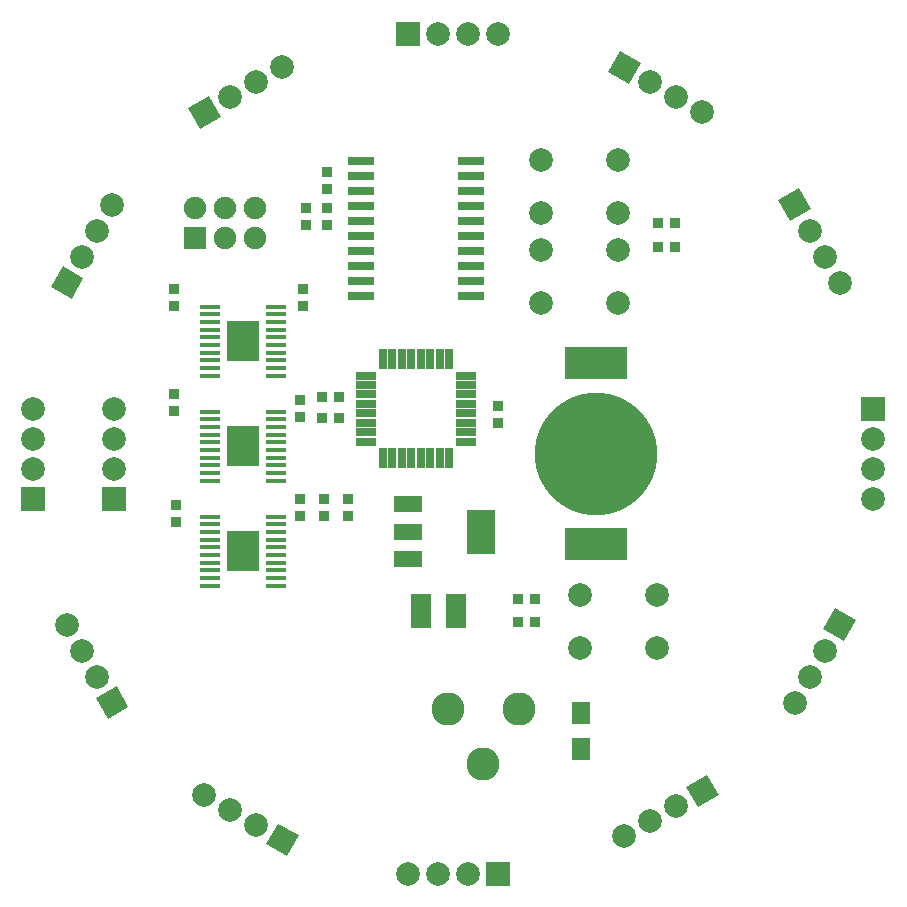
<source format=gts>
G04 (created by PCBNEW (2013-07-07 BZR 4022)-stable) date 10/7/2013 10:29:13 PM*
%MOIN*%
G04 Gerber Fmt 3.4, Leading zero omitted, Abs format*
%FSLAX34Y34*%
G01*
G70*
G90*
G04 APERTURE LIST*
%ADD10C,0.006*%
%ADD11R,0.0671X0.0277*%
%ADD12R,0.0277X0.0671*%
%ADD13C,0.0788661*%
%ADD14R,0.0946142X0.0552441*%
%ADD15R,0.0946142X0.145795*%
%ADD16R,0.0859528X0.0288661*%
%ADD17R,0.0788661X0.0788661*%
%ADD18C,0.409575*%
%ADD19R,0.208787X0.106425*%
%ADD20C,0.110362*%
%ADD21R,0.0749291X0.0749291*%
%ADD22C,0.0749291*%
%ADD23R,0.0709921X0.114299*%
%ADD24R,0.0631181X0.0729606*%
%ADD25R,0.0355591X0.0355591*%
%ADD26R,0.0685039X0.0173228*%
%ADD27R,0.109134X0.135906*%
G04 APERTURE END LIST*
G54D10*
G54D11*
X12096Y17602D03*
X12096Y17287D03*
X12096Y16972D03*
X12096Y16657D03*
X12096Y16343D03*
X12096Y16028D03*
X12096Y15713D03*
X12096Y15398D03*
G54D12*
X12648Y14846D03*
X12963Y14846D03*
X13278Y14846D03*
X13593Y14846D03*
X13907Y14846D03*
X14222Y14846D03*
X14537Y14846D03*
X14852Y14846D03*
G54D11*
X15404Y15398D03*
X15404Y15713D03*
X15404Y16028D03*
X15404Y16343D03*
X15404Y16657D03*
X15404Y16972D03*
X15404Y17287D03*
X15404Y17602D03*
G54D12*
X14852Y18154D03*
X14537Y18154D03*
X14222Y18154D03*
X13907Y18154D03*
X13593Y18154D03*
X13278Y18154D03*
X12963Y18154D03*
X12648Y18154D03*
G54D13*
X19220Y8514D03*
X21779Y8514D03*
X19220Y10285D03*
X21779Y10285D03*
G54D14*
X13479Y13305D03*
X13479Y12400D03*
X13479Y11494D03*
G54D15*
X15920Y12400D03*
G54D16*
X11905Y24750D03*
X11905Y24250D03*
X11905Y23750D03*
X11905Y23250D03*
X11905Y22750D03*
X11905Y22250D03*
X11905Y21750D03*
X11905Y21250D03*
X11905Y20750D03*
X11905Y20250D03*
X15594Y20250D03*
X15594Y20750D03*
X15594Y21250D03*
X15594Y21750D03*
X15594Y22250D03*
X15594Y22750D03*
X15594Y23250D03*
X15594Y23750D03*
X15594Y24250D03*
X15594Y24750D03*
G54D10*
G36*
X23443Y4288D02*
X23837Y3605D01*
X23154Y3211D01*
X22760Y3894D01*
X23443Y4288D01*
X23443Y4288D01*
G37*
G54D13*
X22433Y3250D03*
X21566Y2750D03*
X20700Y2250D03*
G54D10*
G36*
X6556Y25831D02*
X6162Y26514D01*
X6845Y26908D01*
X7239Y26225D01*
X6556Y25831D01*
X6556Y25831D01*
G37*
G54D13*
X7566Y26870D03*
X8433Y27370D03*
X9299Y27870D03*
G54D10*
G36*
X2274Y20162D02*
X1591Y20556D01*
X1985Y21239D01*
X2668Y20845D01*
X2274Y20162D01*
X2274Y20162D01*
G37*
G54D13*
X2630Y21566D03*
X3130Y22433D03*
X3630Y23299D03*
G54D17*
X1000Y13500D03*
G54D13*
X1000Y14500D03*
X1000Y15500D03*
X1000Y16500D03*
G54D10*
G36*
X4168Y6556D02*
X3485Y6162D01*
X3091Y6845D01*
X3774Y7239D01*
X4168Y6556D01*
X4168Y6556D01*
G37*
G54D13*
X3130Y7566D03*
X2630Y8433D03*
X2130Y9299D03*
G54D10*
G36*
X9837Y2274D02*
X9443Y1591D01*
X8760Y1985D01*
X9154Y2668D01*
X9837Y2274D01*
X9837Y2274D01*
G37*
G54D13*
X8433Y2630D03*
X7566Y3130D03*
X6700Y3630D03*
G54D17*
X16500Y1000D03*
G54D13*
X15500Y1000D03*
X14500Y1000D03*
X13500Y1000D03*
G54D10*
G36*
X27725Y9837D02*
X28408Y9443D01*
X28014Y8760D01*
X27331Y9154D01*
X27725Y9837D01*
X27725Y9837D01*
G37*
G54D13*
X27370Y8433D03*
X26870Y7566D03*
X26370Y6700D03*
G54D17*
X29000Y16500D03*
G54D13*
X29000Y15500D03*
X29000Y14500D03*
X29000Y13500D03*
G54D10*
G36*
X25831Y23443D02*
X26514Y23837D01*
X26908Y23154D01*
X26225Y22760D01*
X25831Y23443D01*
X25831Y23443D01*
G37*
G54D13*
X26870Y22433D03*
X27370Y21566D03*
X27870Y20700D03*
G54D10*
G36*
X20162Y27725D02*
X20556Y28408D01*
X21239Y28014D01*
X20845Y27331D01*
X20162Y27725D01*
X20162Y27725D01*
G37*
G54D13*
X21566Y27370D03*
X22433Y26870D03*
X23299Y26370D03*
G54D17*
X13500Y29000D03*
G54D13*
X14500Y29000D03*
X15500Y29000D03*
X16500Y29000D03*
G54D18*
X19750Y15000D03*
G54D19*
X19750Y18011D03*
X19750Y11988D03*
G54D20*
X17181Y6500D03*
X14818Y6500D03*
X16000Y4649D03*
G54D21*
X6400Y22200D03*
G54D22*
X6400Y23200D03*
X7400Y22200D03*
X7400Y23200D03*
X8400Y22200D03*
X8400Y23200D03*
G54D23*
X15090Y9750D03*
X13909Y9750D03*
G54D24*
X19250Y6350D03*
X19250Y5149D03*
G54D25*
X17164Y9390D03*
X17715Y9390D03*
X11175Y16900D03*
X10624Y16900D03*
X5700Y16975D03*
X5700Y16424D03*
X9900Y13475D03*
X9900Y12924D03*
X9900Y16775D03*
X9900Y16224D03*
X11175Y16200D03*
X10624Y16200D03*
X5750Y13275D03*
X5750Y12724D03*
X10700Y13475D03*
X10700Y12924D03*
X10000Y20475D03*
X10000Y19924D03*
X10800Y23175D03*
X10800Y22624D03*
X5700Y20475D03*
X5700Y19924D03*
X17164Y10160D03*
X17715Y10160D03*
X16500Y16024D03*
X16500Y16575D03*
X10800Y24375D03*
X10800Y23824D03*
X10100Y22624D03*
X10100Y23175D03*
X11500Y12924D03*
X11500Y13475D03*
G54D13*
X17920Y23014D03*
X20479Y23014D03*
X17920Y24785D03*
X20479Y24785D03*
X17920Y20014D03*
X20479Y20014D03*
X17920Y21785D03*
X20479Y21785D03*
G54D17*
X3700Y13500D03*
G54D13*
X3700Y14500D03*
X3700Y15500D03*
X3700Y16500D03*
G54D25*
X21824Y21900D03*
X22375Y21900D03*
X21824Y22700D03*
X22375Y22700D03*
G54D26*
X9102Y12645D03*
X9102Y12901D03*
X9102Y12389D03*
X9102Y12133D03*
X9102Y11877D03*
X9102Y11622D03*
X9102Y11366D03*
X9102Y11110D03*
X6897Y10598D03*
X6897Y10854D03*
X6897Y11110D03*
X6897Y11366D03*
X6897Y12901D03*
X6897Y12645D03*
X6897Y12389D03*
X6897Y12133D03*
X6897Y11877D03*
X6897Y11622D03*
G54D27*
X8000Y11750D03*
G54D26*
X9102Y10854D03*
X9102Y10598D03*
X9102Y19645D03*
X9102Y19901D03*
X9102Y19389D03*
X9102Y19133D03*
X9102Y18877D03*
X9102Y18622D03*
X9102Y18366D03*
X9102Y18110D03*
X6897Y17598D03*
X6897Y17854D03*
X6897Y18110D03*
X6897Y18366D03*
X6897Y19901D03*
X6897Y19645D03*
X6897Y19389D03*
X6897Y19133D03*
X6897Y18877D03*
X6897Y18622D03*
G54D27*
X8000Y18750D03*
G54D26*
X9102Y17854D03*
X9102Y17598D03*
X9102Y16145D03*
X9102Y16401D03*
X9102Y15889D03*
X9102Y15633D03*
X9102Y15377D03*
X9102Y15122D03*
X9102Y14866D03*
X9102Y14610D03*
X6897Y14098D03*
X6897Y14354D03*
X6897Y14610D03*
X6897Y14866D03*
X6897Y16401D03*
X6897Y16145D03*
X6897Y15889D03*
X6897Y15633D03*
X6897Y15377D03*
X6897Y15122D03*
G54D27*
X8000Y15250D03*
G54D26*
X9102Y14354D03*
X9102Y14098D03*
M02*

</source>
